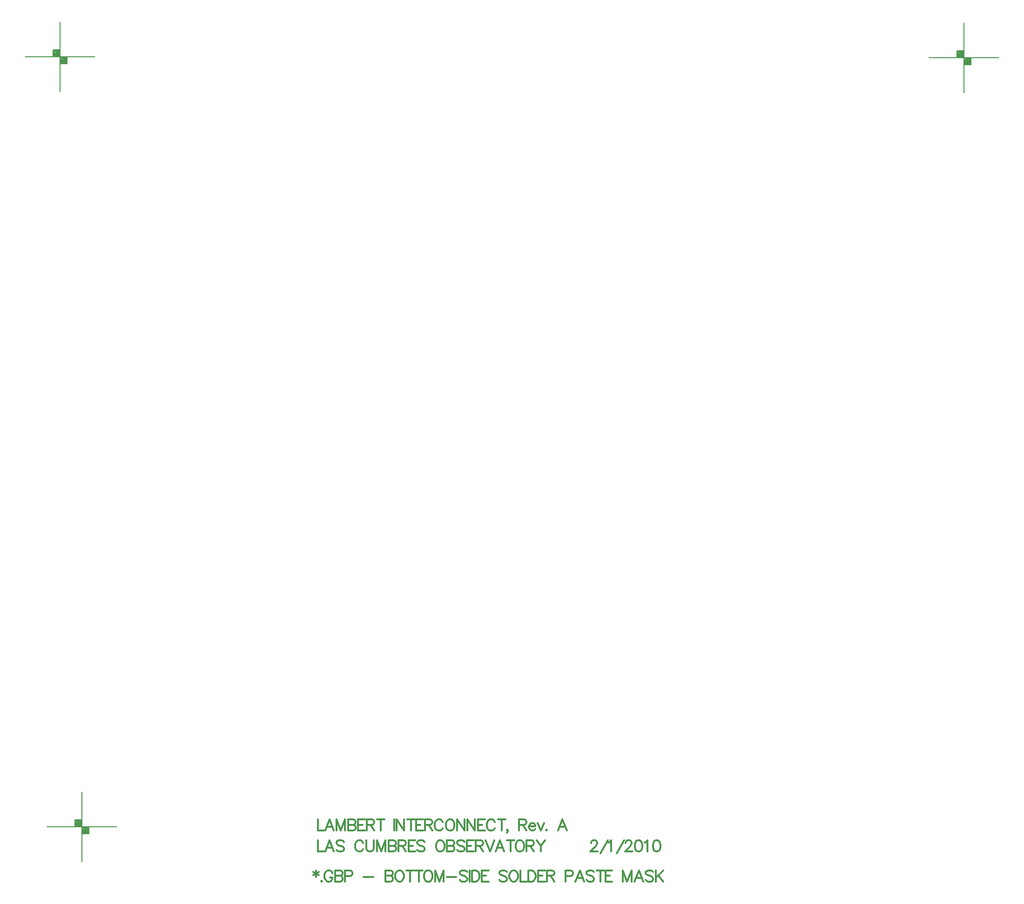
<source format=gbp>
%FSLAX25Y25*%
%MOIN*%
G70*
G01*
G75*
G04 Layer_Color=128*
%ADD10C,0.01000*%
%ADD11C,0.03000*%
%ADD12C,0.01201*%
%ADD13C,0.00800*%
%ADD14C,0.01200*%
%ADD15C,0.01201*%
%ADD16R,0.05906X0.05906*%
%ADD17C,0.05906*%
%ADD18C,0.27559*%
%ADD19R,0.05906X0.05906*%
%ADD20R,0.12000X0.12000*%
%ADD21C,0.12000*%
%ADD22C,0.25000*%
%ADD23R,0.06200X0.06200*%
%ADD24C,0.06200*%
%ADD25C,0.02400*%
%ADD26C,0.04000*%
%ADD27C,0.07543*%
%ADD28C,0.19748*%
G04:AMPARAMS|DCode=29|XSize=95.433mil|YSize=95.433mil|CornerRadius=0mil|HoleSize=0mil|Usage=FLASHONLY|Rotation=0.000|XOffset=0mil|YOffset=0mil|HoleType=Round|Shape=Relief|Width=10mil|Gap=10mil|Entries=4|*
%AMTHD29*
7,0,0,0.09543,0.07543,0.01000,45*
%
%ADD29THD29*%
%ADD30C,0.11000*%
G04:AMPARAMS|DCode=31|XSize=130mil|YSize=130mil|CornerRadius=0mil|HoleSize=0mil|Usage=FLASHONLY|Rotation=0.000|XOffset=0mil|YOffset=0mil|HoleType=Round|Shape=Relief|Width=10mil|Gap=10mil|Entries=4|*
%AMTHD31*
7,0,0,0.13000,0.11000,0.01000,45*
%
%ADD31THD31*%
%ADD32C,0.16000*%
%ADD33C,0.07500*%
G04:AMPARAMS|DCode=34|XSize=95mil|YSize=95mil|CornerRadius=0mil|HoleSize=0mil|Usage=FLASHONLY|Rotation=0.000|XOffset=0mil|YOffset=0mil|HoleType=Round|Shape=Relief|Width=10mil|Gap=10mil|Entries=4|*
%AMTHD34*
7,0,0,0.09500,0.07500,0.01000,45*
%
%ADD34THD34*%
%ADD35C,0.05000*%
%ADD36C,0.00500*%
%ADD37C,0.00787*%
%ADD38R,0.18504X0.26378*%
%ADD39R,0.06706X0.06706*%
%ADD40C,0.06706*%
%ADD41C,0.28359*%
%ADD42R,0.06706X0.06706*%
%ADD43R,0.12800X0.12800*%
%ADD44C,0.12800*%
%ADD45C,0.25800*%
%ADD46R,0.07000X0.07000*%
%ADD47C,0.07000*%
%ADD48C,0.03200*%
D13*
X-207028Y-72528D02*
X-157028D01*
X-182028Y-97528D02*
Y-47528D01*
X-187028Y-67528D02*
X-187028Y-72528D01*
X-187028Y-67528D02*
X-182028Y-67528D01*
X-177028Y-72528D02*
X-177028Y-77528D01*
X-182028Y-77528D02*
X-177028Y-77528D01*
X-181528Y-73028D02*
X-177528D01*
Y-77028D02*
Y-73028D01*
X-181528Y-77028D02*
X-177528D01*
X-181528D02*
Y-73028D01*
X-181028Y-73528D02*
X-178028D01*
Y-76528D02*
Y-73528D01*
X-181028Y-76528D02*
X-178028D01*
X-181028D02*
Y-74028D01*
X-180528D02*
X-178528D01*
X-178528Y-76028D01*
X-180528Y-76028D02*
X-178528Y-76028D01*
X-180528Y-76028D02*
Y-74528D01*
X-180028Y-74528D02*
X-179028Y-74528D01*
Y-75528D02*
Y-74528D01*
X-180028Y-75528D02*
X-179028D01*
X-180028D02*
X-180028Y-74528D01*
Y-75028D02*
X-179028D01*
X-186528Y-68028D02*
X-182528D01*
Y-72028D02*
Y-68028D01*
X-186528Y-72028D02*
X-182528D01*
X-186528D02*
Y-68028D01*
X-186028Y-68528D02*
X-183028D01*
Y-71528D02*
Y-68528D01*
X-186028Y-71528D02*
X-183028D01*
X-186028D02*
Y-69028D01*
X-185528D02*
X-183528Y-69028D01*
Y-71028D02*
Y-69028D01*
X-185528Y-71028D02*
X-183528D01*
X-185528D02*
Y-69528D01*
X-185028D02*
X-184028D01*
X-184028Y-70528D02*
X-184028Y-69528D01*
X-185028Y-70528D02*
X-184028Y-70528D01*
X-185028Y-70528D02*
Y-69528D01*
Y-70028D02*
X-184028D01*
X-222728Y479172D02*
X-172728D01*
X-197728Y454172D02*
Y504172D01*
X-202728Y484172D02*
X-202728Y479172D01*
X-202728Y484172D02*
X-197728Y484172D01*
X-192728Y479172D02*
X-192728Y474172D01*
X-197728Y474172D02*
X-192728Y474172D01*
X-197228Y478672D02*
X-193228D01*
Y474672D02*
Y478672D01*
X-197228Y474672D02*
X-193228D01*
X-197228D02*
Y478672D01*
X-196728Y478172D02*
X-193728D01*
Y475172D02*
Y478172D01*
X-196728Y475172D02*
X-193728D01*
X-196728D02*
Y477672D01*
X-196228D02*
X-194228D01*
X-194228Y475672D01*
X-196228Y475672D02*
X-194228Y475672D01*
X-196228Y475672D02*
Y477172D01*
X-195728Y477172D02*
X-194728Y477172D01*
Y476172D02*
Y477172D01*
X-195728Y476172D02*
X-194728D01*
X-195728D02*
X-195728Y477172D01*
Y476672D02*
X-194728D01*
X-202228Y483672D02*
X-198228D01*
Y479672D02*
Y483672D01*
X-202228Y479672D02*
X-198228D01*
X-202228D02*
Y483672D01*
X-201728Y483172D02*
X-198728D01*
Y480172D02*
Y483172D01*
X-201728Y480172D02*
X-198728D01*
X-201728D02*
Y482672D01*
X-201228D02*
X-199228Y482672D01*
Y480672D02*
Y482672D01*
X-201227Y480672D02*
X-199228D01*
X-201227D02*
Y482172D01*
X-200728D02*
X-199727D01*
X-199728Y481172D02*
X-199727Y482172D01*
X-200728Y481172D02*
X-199728Y481172D01*
X-200728Y481172D02*
Y482172D01*
Y481672D02*
X-199728D01*
X424872Y478372D02*
X474872D01*
X449872Y453372D02*
Y503372D01*
X444872Y483372D02*
X444873Y478372D01*
X444872Y483372D02*
X449872Y483372D01*
X454872Y478372D02*
X454872Y473372D01*
X449872Y473372D02*
X454872Y473372D01*
X450372Y477872D02*
X454372D01*
Y473872D02*
Y477872D01*
X450372Y473872D02*
X454372D01*
X450372D02*
Y477872D01*
X450872Y477372D02*
X453872D01*
Y474372D02*
Y477372D01*
X450872Y474372D02*
X453872D01*
X450872D02*
Y476872D01*
X451372D02*
X453372D01*
X453372Y474872D01*
X451372Y474872D02*
X453372Y474872D01*
X451372Y474872D02*
Y476372D01*
X451872Y476372D02*
X452872Y476372D01*
Y475372D02*
Y476372D01*
X451872Y475372D02*
X452872D01*
X451872D02*
X451872Y476372D01*
Y475872D02*
X452872D01*
X445372Y482872D02*
X449372D01*
Y478872D02*
Y482872D01*
X445372Y478872D02*
X449372D01*
X445372D02*
Y482872D01*
X445872Y482372D02*
X448872D01*
Y479372D02*
Y482372D01*
X445872Y479372D02*
X448872D01*
X445872D02*
Y481872D01*
X446372D02*
X448372Y481872D01*
Y479872D02*
Y481872D01*
X446373Y479872D02*
X448372D01*
X446373D02*
Y481372D01*
X446872D02*
X447872D01*
X447872Y480372D02*
X447872Y481372D01*
X446872Y480372D02*
X447872Y480372D01*
X446872Y480372D02*
Y481372D01*
Y480872D02*
X447872D01*
D14*
X-14237Y-103813D02*
Y-108383D01*
X-16142Y-104955D02*
X-12333Y-107241D01*
Y-104955D02*
X-16142Y-107241D01*
X-10314Y-111049D02*
X-10695Y-111430D01*
X-10314Y-111811D01*
X-9933Y-111430D01*
X-10314Y-111049D01*
X-2468Y-105717D02*
X-2849Y-104955D01*
X-3611Y-104194D01*
X-4373Y-103813D01*
X-5896D01*
X-6658Y-104194D01*
X-7420Y-104955D01*
X-7801Y-105717D01*
X-8181Y-106860D01*
Y-108764D01*
X-7801Y-109907D01*
X-7420Y-110668D01*
X-6658Y-111430D01*
X-5896Y-111811D01*
X-4373D01*
X-3611Y-111430D01*
X-2849Y-110668D01*
X-2468Y-109907D01*
Y-108764D01*
X-4373D02*
X-2468D01*
X-640Y-103813D02*
Y-111811D01*
Y-103813D02*
X2788D01*
X3930Y-104194D01*
X4311Y-104575D01*
X4692Y-105336D01*
Y-106098D01*
X4311Y-106860D01*
X3930Y-107241D01*
X2788Y-107621D01*
X-640D02*
X2788D01*
X3930Y-108002D01*
X4311Y-108383D01*
X4692Y-109145D01*
Y-110287D01*
X4311Y-111049D01*
X3930Y-111430D01*
X2788Y-111811D01*
X-640D01*
X6482Y-108002D02*
X9910D01*
X11052Y-107621D01*
X11433Y-107241D01*
X11814Y-106479D01*
Y-105336D01*
X11433Y-104575D01*
X11052Y-104194D01*
X9910Y-103813D01*
X6482D01*
Y-111811D01*
X19889Y-108383D02*
X26744D01*
X35390Y-103813D02*
Y-111811D01*
Y-103813D02*
X38818D01*
X39961Y-104194D01*
X40341Y-104575D01*
X40722Y-105336D01*
Y-106098D01*
X40341Y-106860D01*
X39961Y-107241D01*
X38818Y-107621D01*
X35390D02*
X38818D01*
X39961Y-108002D01*
X40341Y-108383D01*
X40722Y-109145D01*
Y-110287D01*
X40341Y-111049D01*
X39961Y-111430D01*
X38818Y-111811D01*
X35390D01*
X44798Y-103813D02*
X44036Y-104194D01*
X43274Y-104955D01*
X42893Y-105717D01*
X42512Y-106860D01*
Y-108764D01*
X42893Y-109907D01*
X43274Y-110668D01*
X44036Y-111430D01*
X44798Y-111811D01*
X46321D01*
X47083Y-111430D01*
X47844Y-110668D01*
X48225Y-109907D01*
X48606Y-108764D01*
Y-106860D01*
X48225Y-105717D01*
X47844Y-104955D01*
X47083Y-104194D01*
X46321Y-103813D01*
X44798D01*
X53139D02*
Y-111811D01*
X50473Y-103813D02*
X55805D01*
X59423D02*
Y-111811D01*
X56757Y-103813D02*
X62089D01*
X65326D02*
X64565Y-104194D01*
X63803Y-104955D01*
X63422Y-105717D01*
X63041Y-106860D01*
Y-108764D01*
X63422Y-109907D01*
X63803Y-110668D01*
X64565Y-111430D01*
X65326Y-111811D01*
X66850D01*
X67612Y-111430D01*
X68374Y-110668D01*
X68754Y-109907D01*
X69135Y-108764D01*
Y-106860D01*
X68754Y-105717D01*
X68374Y-104955D01*
X67612Y-104194D01*
X66850Y-103813D01*
X65326D01*
X71001D02*
Y-111811D01*
Y-103813D02*
X74049Y-111811D01*
X77095Y-103813D02*
X74049Y-111811D01*
X77095Y-103813D02*
Y-111811D01*
X79381Y-108383D02*
X86236D01*
X93930Y-104955D02*
X93168Y-104194D01*
X92026Y-103813D01*
X90502D01*
X89359Y-104194D01*
X88598Y-104955D01*
Y-105717D01*
X88979Y-106479D01*
X89359Y-106860D01*
X90121Y-107241D01*
X92406Y-108002D01*
X93168Y-108383D01*
X93549Y-108764D01*
X93930Y-109526D01*
Y-110668D01*
X93168Y-111430D01*
X92026Y-111811D01*
X90502D01*
X89359Y-111430D01*
X88598Y-110668D01*
X95720Y-103813D02*
Y-111811D01*
X97396Y-103813D02*
Y-111811D01*
Y-103813D02*
X100062D01*
X101205Y-104194D01*
X101966Y-104955D01*
X102347Y-105717D01*
X102728Y-106860D01*
Y-108764D01*
X102347Y-109907D01*
X101966Y-110668D01*
X101205Y-111430D01*
X100062Y-111811D01*
X97396D01*
X109469Y-103813D02*
X104518D01*
Y-111811D01*
X109469D01*
X104518Y-107621D02*
X107565D01*
X122419Y-104955D02*
X121657Y-104194D01*
X120515Y-103813D01*
X118991D01*
X117849Y-104194D01*
X117087Y-104955D01*
Y-105717D01*
X117468Y-106479D01*
X117849Y-106860D01*
X118610Y-107241D01*
X120896Y-108002D01*
X121657Y-108383D01*
X122038Y-108764D01*
X122419Y-109526D01*
Y-110668D01*
X121657Y-111430D01*
X120515Y-111811D01*
X118991D01*
X117849Y-111430D01*
X117087Y-110668D01*
X126494Y-103813D02*
X125733Y-104194D01*
X124971Y-104955D01*
X124590Y-105717D01*
X124209Y-106860D01*
Y-108764D01*
X124590Y-109907D01*
X124971Y-110668D01*
X125733Y-111430D01*
X126494Y-111811D01*
X128018D01*
X128780Y-111430D01*
X129541Y-110668D01*
X129922Y-109907D01*
X130303Y-108764D01*
Y-106860D01*
X129922Y-105717D01*
X129541Y-104955D01*
X128780Y-104194D01*
X128018Y-103813D01*
X126494D01*
X132169D02*
Y-111811D01*
X136740D01*
X137616Y-103813D02*
Y-111811D01*
Y-103813D02*
X140282D01*
X141425Y-104194D01*
X142186Y-104955D01*
X142567Y-105717D01*
X142948Y-106860D01*
Y-108764D01*
X142567Y-109907D01*
X142186Y-110668D01*
X141425Y-111430D01*
X140282Y-111811D01*
X137616D01*
X149689Y-103813D02*
X144738D01*
Y-111811D01*
X149689D01*
X144738Y-107621D02*
X147785D01*
X151022Y-103813D02*
Y-111811D01*
Y-103813D02*
X154450D01*
X155593Y-104194D01*
X155974Y-104575D01*
X156355Y-105336D01*
Y-106098D01*
X155974Y-106860D01*
X155593Y-107241D01*
X154450Y-107621D01*
X151022D01*
X153689D02*
X156355Y-111811D01*
X164429Y-108002D02*
X167857D01*
X169000Y-107621D01*
X169380Y-107241D01*
X169761Y-106479D01*
Y-105336D01*
X169380Y-104575D01*
X169000Y-104194D01*
X167857Y-103813D01*
X164429D01*
Y-111811D01*
X177645D02*
X174598Y-103813D01*
X171551Y-111811D01*
X172694Y-109145D02*
X176503D01*
X184844Y-104955D02*
X184082Y-104194D01*
X182939Y-103813D01*
X181416D01*
X180273Y-104194D01*
X179512Y-104955D01*
Y-105717D01*
X179892Y-106479D01*
X180273Y-106860D01*
X181035Y-107241D01*
X183320Y-108002D01*
X184082Y-108383D01*
X184463Y-108764D01*
X184844Y-109526D01*
Y-110668D01*
X184082Y-111430D01*
X182939Y-111811D01*
X181416D01*
X180273Y-111430D01*
X179512Y-110668D01*
X189300Y-103813D02*
Y-111811D01*
X186634Y-103813D02*
X191966D01*
X197870D02*
X192918D01*
Y-111811D01*
X197870D01*
X192918Y-107621D02*
X195965D01*
X205487Y-103813D02*
Y-111811D01*
Y-103813D02*
X208534Y-111811D01*
X211581Y-103813D02*
X208534Y-111811D01*
X211581Y-103813D02*
Y-111811D01*
X219960D02*
X216913Y-103813D01*
X213866Y-111811D01*
X215009Y-109145D02*
X218817D01*
X227158Y-104955D02*
X226397Y-104194D01*
X225254Y-103813D01*
X223731D01*
X222588Y-104194D01*
X221826Y-104955D01*
Y-105717D01*
X222207Y-106479D01*
X222588Y-106860D01*
X223350Y-107241D01*
X225635Y-108002D01*
X226397Y-108383D01*
X226778Y-108764D01*
X227158Y-109526D01*
Y-110668D01*
X226397Y-111430D01*
X225254Y-111811D01*
X223731D01*
X222588Y-111430D01*
X221826Y-110668D01*
X228949Y-103813D02*
Y-111811D01*
X234281Y-103813D02*
X228949Y-109145D01*
X230853Y-107241D02*
X234281Y-111811D01*
X-13028Y-67283D02*
Y-75281D01*
X-8458D01*
X-1488D02*
X-4535Y-67283D01*
X-7582Y-75281D01*
X-6439Y-72615D02*
X-2631D01*
X378Y-67283D02*
Y-75281D01*
Y-67283D02*
X3425Y-75281D01*
X6472Y-67283D02*
X3425Y-75281D01*
X6472Y-67283D02*
Y-75281D01*
X8758Y-67283D02*
Y-75281D01*
Y-67283D02*
X12185D01*
X13328Y-67664D01*
X13709Y-68045D01*
X14090Y-68806D01*
Y-69568D01*
X13709Y-70330D01*
X13328Y-70711D01*
X12185Y-71092D01*
X8758D02*
X12185D01*
X13328Y-71472D01*
X13709Y-71853D01*
X14090Y-72615D01*
Y-73758D01*
X13709Y-74519D01*
X13328Y-74900D01*
X12185Y-75281D01*
X8758D01*
X20831Y-67283D02*
X15880D01*
Y-75281D01*
X20831D01*
X15880Y-71092D02*
X18927D01*
X22164Y-67283D02*
Y-75281D01*
Y-67283D02*
X25592D01*
X26735Y-67664D01*
X27115Y-68045D01*
X27496Y-68806D01*
Y-69568D01*
X27115Y-70330D01*
X26735Y-70711D01*
X25592Y-71092D01*
X22164D01*
X24830D02*
X27496Y-75281D01*
X31953Y-67283D02*
Y-75281D01*
X29286Y-67283D02*
X34619D01*
X41855D02*
Y-75281D01*
X43531Y-67283D02*
Y-75281D01*
Y-67283D02*
X48863Y-75281D01*
Y-67283D02*
Y-75281D01*
X53738Y-67283D02*
Y-75281D01*
X51072Y-67283D02*
X56404D01*
X62308D02*
X57357D01*
Y-75281D01*
X62308D01*
X57357Y-71092D02*
X60404D01*
X63641Y-67283D02*
Y-75281D01*
Y-67283D02*
X67069D01*
X68211Y-67664D01*
X68592Y-68045D01*
X68973Y-68806D01*
Y-69568D01*
X68592Y-70330D01*
X68211Y-70711D01*
X67069Y-71092D01*
X63641D01*
X66307D02*
X68973Y-75281D01*
X76476Y-69187D02*
X76095Y-68425D01*
X75334Y-67664D01*
X74572Y-67283D01*
X73048D01*
X72287Y-67664D01*
X71525Y-68425D01*
X71144Y-69187D01*
X70763Y-70330D01*
Y-72234D01*
X71144Y-73377D01*
X71525Y-74138D01*
X72287Y-74900D01*
X73048Y-75281D01*
X74572D01*
X75334Y-74900D01*
X76095Y-74138D01*
X76476Y-73377D01*
X81009Y-67283D02*
X80247Y-67664D01*
X79485Y-68425D01*
X79104Y-69187D01*
X78723Y-70330D01*
Y-72234D01*
X79104Y-73377D01*
X79485Y-74138D01*
X80247Y-74900D01*
X81009Y-75281D01*
X82532D01*
X83294Y-74900D01*
X84056Y-74138D01*
X84437Y-73377D01*
X84817Y-72234D01*
Y-70330D01*
X84437Y-69187D01*
X84056Y-68425D01*
X83294Y-67664D01*
X82532Y-67283D01*
X81009D01*
X86684D02*
Y-75281D01*
Y-67283D02*
X92016Y-75281D01*
Y-67283D02*
Y-75281D01*
X94225Y-67283D02*
Y-75281D01*
Y-67283D02*
X99557Y-75281D01*
Y-67283D02*
Y-75281D01*
X106717Y-67283D02*
X101766D01*
Y-75281D01*
X106717D01*
X101766Y-71092D02*
X104813D01*
X113763Y-69187D02*
X113383Y-68425D01*
X112621Y-67664D01*
X111859Y-67283D01*
X110336D01*
X109574Y-67664D01*
X108812Y-68425D01*
X108431Y-69187D01*
X108051Y-70330D01*
Y-72234D01*
X108431Y-73377D01*
X108812Y-74138D01*
X109574Y-74900D01*
X110336Y-75281D01*
X111859D01*
X112621Y-74900D01*
X113383Y-74138D01*
X113763Y-73377D01*
X118677Y-67283D02*
Y-75281D01*
X116011Y-67283D02*
X121343D01*
X123057Y-74900D02*
X122676Y-75281D01*
X122295Y-74900D01*
X122676Y-74519D01*
X123057Y-74900D01*
Y-75662D01*
X122676Y-76424D01*
X122295Y-76805D01*
X131093Y-67283D02*
Y-75281D01*
Y-67283D02*
X134521D01*
X135664Y-67664D01*
X136045Y-68045D01*
X136425Y-68806D01*
Y-69568D01*
X136045Y-70330D01*
X135664Y-70711D01*
X134521Y-71092D01*
X131093D01*
X133759D02*
X136425Y-75281D01*
X138215Y-72234D02*
X142786D01*
Y-71472D01*
X142405Y-70711D01*
X142024Y-70330D01*
X141262Y-69949D01*
X140120D01*
X139358Y-70330D01*
X138596Y-71092D01*
X138215Y-72234D01*
Y-72996D01*
X138596Y-74138D01*
X139358Y-74900D01*
X140120Y-75281D01*
X141262D01*
X142024Y-74900D01*
X142786Y-74138D01*
X144500Y-69949D02*
X146785Y-75281D01*
X149070Y-69949D02*
X146785Y-75281D01*
X150746Y-74519D02*
X150365Y-74900D01*
X150746Y-75281D01*
X151127Y-74900D01*
X150746Y-74519D01*
X165257Y-75281D02*
X162210Y-67283D01*
X159163Y-75281D01*
X160306Y-72615D02*
X164115D01*
D15*
X-13028Y-82284D02*
Y-90283D01*
X-8458D01*
X-1488D02*
X-4535Y-82284D01*
X-7582Y-90283D01*
X-6439Y-87617D02*
X-2631D01*
X5711Y-83427D02*
X4949Y-82665D01*
X3806Y-82284D01*
X2283D01*
X1140Y-82665D01*
X378Y-83427D01*
Y-84189D01*
X759Y-84951D01*
X1140Y-85331D01*
X1902Y-85712D01*
X4187Y-86474D01*
X4949Y-86855D01*
X5330Y-87236D01*
X5711Y-87998D01*
Y-89140D01*
X4949Y-89902D01*
X3806Y-90283D01*
X2283D01*
X1140Y-89902D01*
X378Y-89140D01*
X19498Y-84189D02*
X19117Y-83427D01*
X18355Y-82665D01*
X17594Y-82284D01*
X16070D01*
X15308Y-82665D01*
X14547Y-83427D01*
X14166Y-84189D01*
X13785Y-85331D01*
Y-87236D01*
X14166Y-88378D01*
X14547Y-89140D01*
X15308Y-89902D01*
X16070Y-90283D01*
X17594D01*
X18355Y-89902D01*
X19117Y-89140D01*
X19498Y-88378D01*
X21745Y-82284D02*
Y-87998D01*
X22126Y-89140D01*
X22888Y-89902D01*
X24030Y-90283D01*
X24792D01*
X25935Y-89902D01*
X26697Y-89140D01*
X27077Y-87998D01*
Y-82284D01*
X29286D02*
Y-90283D01*
Y-82284D02*
X32333Y-90283D01*
X35380Y-82284D02*
X32333Y-90283D01*
X35380Y-82284D02*
Y-90283D01*
X37666Y-82284D02*
Y-90283D01*
Y-82284D02*
X41093D01*
X42236Y-82665D01*
X42617Y-83046D01*
X42998Y-83808D01*
Y-84570D01*
X42617Y-85331D01*
X42236Y-85712D01*
X41093Y-86093D01*
X37666D02*
X41093D01*
X42236Y-86474D01*
X42617Y-86855D01*
X42998Y-87617D01*
Y-88759D01*
X42617Y-89521D01*
X42236Y-89902D01*
X41093Y-90283D01*
X37666D01*
X44788Y-82284D02*
Y-90283D01*
Y-82284D02*
X48216D01*
X49358Y-82665D01*
X49739Y-83046D01*
X50120Y-83808D01*
Y-84570D01*
X49739Y-85331D01*
X49358Y-85712D01*
X48216Y-86093D01*
X44788D01*
X47454D02*
X50120Y-90283D01*
X56861Y-82284D02*
X51910D01*
Y-90283D01*
X56861D01*
X51910Y-86093D02*
X54957D01*
X63527Y-83427D02*
X62765Y-82665D01*
X61622Y-82284D01*
X60099D01*
X58956Y-82665D01*
X58195Y-83427D01*
Y-84189D01*
X58575Y-84951D01*
X58956Y-85331D01*
X59718Y-85712D01*
X62003Y-86474D01*
X62765Y-86855D01*
X63146Y-87236D01*
X63527Y-87998D01*
Y-89140D01*
X62765Y-89902D01*
X61622Y-90283D01*
X60099D01*
X58956Y-89902D01*
X58195Y-89140D01*
X73886Y-82284D02*
X73125Y-82665D01*
X72363Y-83427D01*
X71982Y-84189D01*
X71601Y-85331D01*
Y-87236D01*
X71982Y-88378D01*
X72363Y-89140D01*
X73125Y-89902D01*
X73886Y-90283D01*
X75410D01*
X76172Y-89902D01*
X76933Y-89140D01*
X77314Y-88378D01*
X77695Y-87236D01*
Y-85331D01*
X77314Y-84189D01*
X76933Y-83427D01*
X76172Y-82665D01*
X75410Y-82284D01*
X73886D01*
X79561D02*
Y-90283D01*
Y-82284D02*
X82989D01*
X84132Y-82665D01*
X84513Y-83046D01*
X84894Y-83808D01*
Y-84570D01*
X84513Y-85331D01*
X84132Y-85712D01*
X82989Y-86093D01*
X79561D02*
X82989D01*
X84132Y-86474D01*
X84513Y-86855D01*
X84894Y-87617D01*
Y-88759D01*
X84513Y-89521D01*
X84132Y-89902D01*
X82989Y-90283D01*
X79561D01*
X92016Y-83427D02*
X91254Y-82665D01*
X90111Y-82284D01*
X88588D01*
X87445Y-82665D01*
X86684Y-83427D01*
Y-84189D01*
X87064Y-84951D01*
X87445Y-85331D01*
X88207Y-85712D01*
X90492Y-86474D01*
X91254Y-86855D01*
X91635Y-87236D01*
X92016Y-87998D01*
Y-89140D01*
X91254Y-89902D01*
X90111Y-90283D01*
X88588D01*
X87445Y-89902D01*
X86684Y-89140D01*
X98757Y-82284D02*
X93806D01*
Y-90283D01*
X98757D01*
X93806Y-86093D02*
X96853D01*
X100090Y-82284D02*
Y-90283D01*
Y-82284D02*
X103518D01*
X104661Y-82665D01*
X105042Y-83046D01*
X105422Y-83808D01*
Y-84570D01*
X105042Y-85331D01*
X104661Y-85712D01*
X103518Y-86093D01*
X100090D01*
X102756D02*
X105422Y-90283D01*
X107212Y-82284D02*
X110259Y-90283D01*
X113306Y-82284D02*
X110259Y-90283D01*
X120429D02*
X117382Y-82284D01*
X114335Y-90283D01*
X115477Y-87617D02*
X119286D01*
X124961Y-82284D02*
Y-90283D01*
X122295Y-82284D02*
X127627D01*
X130865D02*
X130103Y-82665D01*
X129341Y-83427D01*
X128960Y-84189D01*
X128579Y-85331D01*
Y-87236D01*
X128960Y-88378D01*
X129341Y-89140D01*
X130103Y-89902D01*
X130865Y-90283D01*
X132388D01*
X133150Y-89902D01*
X133912Y-89140D01*
X134292Y-88378D01*
X134673Y-87236D01*
Y-85331D01*
X134292Y-84189D01*
X133912Y-83427D01*
X133150Y-82665D01*
X132388Y-82284D01*
X130865D01*
X136540D02*
Y-90283D01*
Y-82284D02*
X139967D01*
X141110Y-82665D01*
X141491Y-83046D01*
X141872Y-83808D01*
Y-84570D01*
X141491Y-85331D01*
X141110Y-85712D01*
X139967Y-86093D01*
X136540D01*
X139206D02*
X141872Y-90283D01*
X143662Y-82284D02*
X146709Y-86093D01*
Y-90283D01*
X149756Y-82284D02*
X146709Y-86093D01*
X182587Y-84189D02*
Y-83808D01*
X182968Y-83046D01*
X183349Y-82665D01*
X184110Y-82284D01*
X185634D01*
X186396Y-82665D01*
X186776Y-83046D01*
X187157Y-83808D01*
Y-84570D01*
X186776Y-85331D01*
X186015Y-86474D01*
X182206Y-90283D01*
X187538D01*
X189328Y-91425D02*
X194660Y-82284D01*
X195194Y-83808D02*
X195955Y-83427D01*
X197098Y-82284D01*
Y-90283D01*
X201059Y-91425D02*
X206391Y-82284D01*
X207305Y-84189D02*
Y-83808D01*
X207686Y-83046D01*
X208067Y-82665D01*
X208829Y-82284D01*
X210352D01*
X211114Y-82665D01*
X211495Y-83046D01*
X211876Y-83808D01*
Y-84570D01*
X211495Y-85331D01*
X210733Y-86474D01*
X206925Y-90283D01*
X212257D01*
X216332Y-82284D02*
X215189Y-82665D01*
X214428Y-83808D01*
X214047Y-85712D01*
Y-86855D01*
X214428Y-88759D01*
X215189Y-89902D01*
X216332Y-90283D01*
X217094D01*
X218236Y-89902D01*
X218998Y-88759D01*
X219379Y-86855D01*
Y-85712D01*
X218998Y-83808D01*
X218236Y-82665D01*
X217094Y-82284D01*
X216332D01*
X221169Y-83808D02*
X221931Y-83427D01*
X223073Y-82284D01*
Y-90283D01*
X229320Y-82284D02*
X228177Y-82665D01*
X227415Y-83808D01*
X227034Y-85712D01*
Y-86855D01*
X227415Y-88759D01*
X228177Y-89902D01*
X229320Y-90283D01*
X230081D01*
X231224Y-89902D01*
X231986Y-88759D01*
X232367Y-86855D01*
Y-85712D01*
X231986Y-83808D01*
X231224Y-82665D01*
X230081Y-82284D01*
X229320D01*
M02*

</source>
